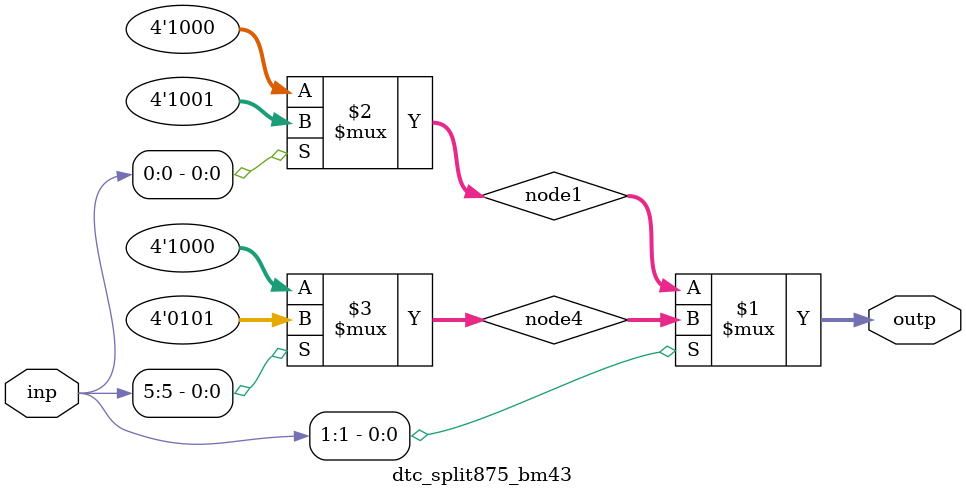
<source format=v>
module dtc_split875_bm43 (
	input  wire [8-1:0] inp,
	output wire [4-1:0] outp
);

	wire [4-1:0] node1;
	wire [4-1:0] node4;

	assign outp = (inp[1]) ? node4 : node1;
		assign node1 = (inp[0]) ? 4'b1001 : 4'b1000;
		assign node4 = (inp[5]) ? 4'b0101 : 4'b1000;

endmodule
</source>
